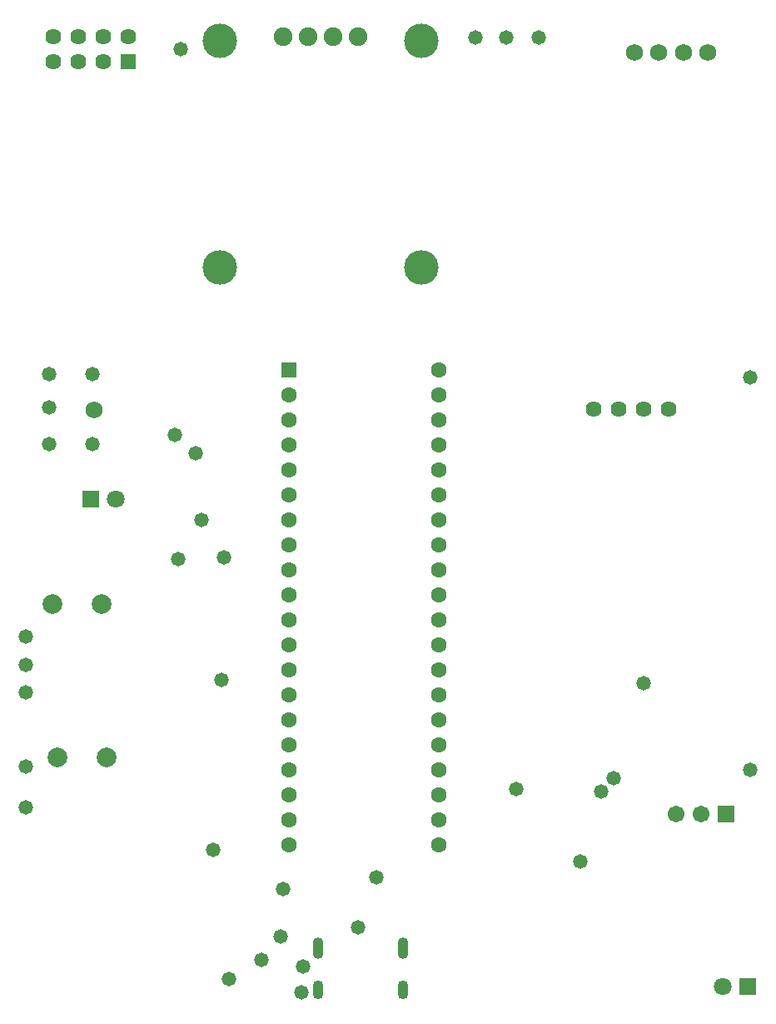
<source format=gbs>
G04*
G04 #@! TF.GenerationSoftware,Altium Limited,Altium Designer,24.6.1 (21)*
G04*
G04 Layer_Color=16711935*
%FSLAX25Y25*%
%MOIN*%
G70*
G04*
G04 #@! TF.SameCoordinates,EDD53237-EAC9-4869-82B0-0CFB14AF029E*
G04*
G04*
G04 #@! TF.FilePolarity,Negative*
G04*
G01*
G75*
%ADD38C,0.06800*%
%ADD39R,0.06706X0.06706*%
%ADD40C,0.06706*%
%ADD41C,0.06394*%
%ADD42R,0.06307X0.06307*%
%ADD43C,0.06307*%
%ADD44O,0.04331X0.07480*%
%ADD45O,0.04331X0.08662*%
%ADD46R,0.07093X0.06600*%
%ADD47C,0.07493*%
%ADD48C,0.07887*%
%ADD49C,0.07093*%
%ADD50R,0.06394X0.06394*%
%ADD51C,0.05800*%
%ADD52C,0.13792*%
D38*
X133000Y343100D02*
D03*
X349157Y486000D02*
D03*
X378685D02*
D03*
X368843D02*
D03*
X359000D02*
D03*
D39*
X386000Y181500D02*
D03*
D40*
X366000D02*
D03*
X376000D02*
D03*
D41*
X363000Y343500D02*
D03*
X333000D02*
D03*
X343000D02*
D03*
X353000D02*
D03*
X126500Y492500D02*
D03*
X146500D02*
D03*
X116500Y482500D02*
D03*
Y492500D02*
D03*
X136500Y482500D02*
D03*
Y492500D02*
D03*
X126500Y482500D02*
D03*
D42*
X211000Y359000D02*
D03*
D43*
Y349000D02*
D03*
Y339000D02*
D03*
Y329000D02*
D03*
Y279000D02*
D03*
Y259000D02*
D03*
Y239000D02*
D03*
Y229000D02*
D03*
Y199000D02*
D03*
Y189000D02*
D03*
Y179000D02*
D03*
Y169000D02*
D03*
X271000D02*
D03*
Y179000D02*
D03*
Y189000D02*
D03*
Y199000D02*
D03*
Y239000D02*
D03*
Y249000D02*
D03*
Y259000D02*
D03*
Y269000D02*
D03*
Y279000D02*
D03*
Y289000D02*
D03*
Y299000D02*
D03*
Y309000D02*
D03*
Y339000D02*
D03*
Y349000D02*
D03*
Y219000D02*
D03*
Y229000D02*
D03*
Y359000D02*
D03*
X211000Y319000D02*
D03*
X271000Y329000D02*
D03*
X211000Y309000D02*
D03*
Y299000D02*
D03*
Y289000D02*
D03*
Y269000D02*
D03*
Y249000D02*
D03*
X271000Y209000D02*
D03*
Y319000D02*
D03*
X211000Y219000D02*
D03*
Y209000D02*
D03*
D44*
X256508Y111159D02*
D03*
X222492D02*
D03*
D45*
X256508Y127616D02*
D03*
X222492D02*
D03*
D46*
X131500Y307500D02*
D03*
X394500Y112500D02*
D03*
D47*
X238500Y492500D02*
D03*
X228500D02*
D03*
X218500D02*
D03*
X208500D02*
D03*
D48*
X137843Y204000D02*
D03*
X116316Y265500D02*
D03*
X118157Y204000D02*
D03*
X136001Y265500D02*
D03*
D49*
X384500Y112500D02*
D03*
X141500Y307500D02*
D03*
D50*
X146500Y482500D02*
D03*
D51*
X166500Y283500D02*
D03*
X184800Y284000D02*
D03*
X184000Y235000D02*
D03*
X165300Y333000D02*
D03*
X200000Y123000D02*
D03*
X187000Y115500D02*
D03*
X132100Y329500D02*
D03*
X115000D02*
D03*
Y344000D02*
D03*
Y357500D02*
D03*
X105500Y184000D02*
D03*
X180500Y167000D02*
D03*
X132100Y357500D02*
D03*
X105500Y230000D02*
D03*
Y241000D02*
D03*
Y252500D02*
D03*
Y200500D02*
D03*
X208500Y151500D02*
D03*
X246000Y156000D02*
D03*
X395500Y199000D02*
D03*
X302000Y191500D02*
D03*
X167500Y487500D02*
D03*
X285500Y492000D02*
D03*
X298000D02*
D03*
X311000D02*
D03*
X395500Y356000D02*
D03*
X216000Y110000D02*
D03*
X216500Y120500D02*
D03*
X327484Y162255D02*
D03*
X238500Y136000D02*
D03*
X353000Y233700D02*
D03*
X173400Y325600D02*
D03*
X176000Y299000D02*
D03*
X336000Y190300D02*
D03*
X340800Y195700D02*
D03*
X207600Y132500D02*
D03*
D52*
X183146Y490531D02*
D03*
X263854D02*
D03*
X183146Y399980D02*
D03*
X263854D02*
D03*
M02*

</source>
